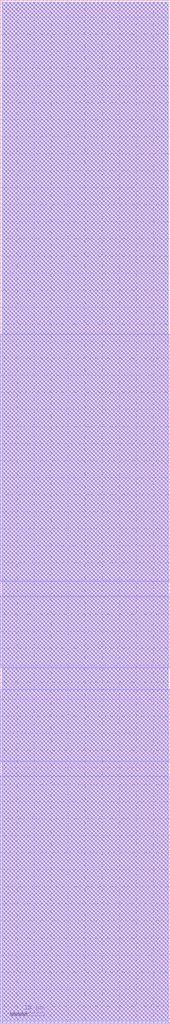
<source format=lef>
# SPDX-FileCopyrightText: 2021-2025 Niels Moseley <asicsforthemasses@gmail.com>
#
# SPDX-License-Identifier: GPL-3.0-only
#

VERSION 5.4 ;
NAMESCASESENSITIVE ON ;
BUSBITCHARS "[]" ;
DIVIDERCHAR "/" ;
UNITS
  DATABASE MICRONS 1000 ;
END UNITS

USEMINSPACING OBS ON ;
USEMINSPACING PIN OFF ;
CLEARANCEMEASURE EUCLIDEAN ;

MANUFACTURINGGRID 0.05 ;

SITE  core
    CLASS	CORE ;
    SYMMETRY	Y ;
    SIZE	0.800 BY 10.000 ;
END  core

MACRO PADNC5
  CLASS  PAD ;
  FOREIGN PADNC5 0.000 0.000 ;
  ORIGIN 0.000 0.000 ;
  SIZE 5.000 BY 300.000 ;
  SYMMETRY R90 ;
  SITE IO ;
  OBS
      LAYER metal4 ;
        RECT 0.600 0.600 4.400 299.400 ;
      LAYER metal3 ;
        RECT 0.600 0.600 4.400 299.400 ;
      LAYER metal2 ;
        RECT 0.000 0.000 5.000 72.400 ;
        RECT 0.000 76.800 5.000 97.800 ;
        RECT 0.000 104.200 5.000 125.200 ;
        RECT 0.000 129.600 5.000 202.000 ;
        RECT 0.600 0.000 4.400 299.400 ;
      LAYER metal1 ;
        RECT 0.000 0.000 5.000 97.800 ;
        RECT 0.000 104.200 5.000 202.000 ;
        RECT 0.600 0.000 4.400 299.400 ;
  END
END PADNC5

MACRO PADNC10
  CLASS  PAD ;
  FOREIGN PADNC10 0.000 0.000 ;
  ORIGIN 0.000 0.000 ;
  SIZE 10.000 BY 300.000 ;
  SYMMETRY R90 ;
  SITE IO ;
  OBS
      LAYER metal4 ;
        RECT 0.600 0.600 9.400 299.400 ;
      LAYER metal3 ;
        RECT 0.600 0.600 9.400 299.400 ;
      LAYER metal2 ;
        RECT 0.000 0.000 10.000 72.400 ;
        RECT 0.000 76.800 10.000 97.800 ;
        RECT 0.000 104.200 10.000 125.200 ;
        RECT 0.000 129.600 10.000 202.000 ;
        RECT 0.600 0.000 9.400 299.400 ;
      LAYER metal1 ;
        RECT 0.000 0.000 10.000 97.800 ;
        RECT 0.000 104.200 10.000 202.000 ;
        RECT 0.600 0.000 9.400 299.400 ;
  END
END PADNC10

MACRO PADNC50
  CLASS  PAD ;
  FOREIGN PADNC50 0.000 0.000 ;
  ORIGIN 0.000 0.000 ;
  SIZE 50.000 BY 300.000 ;
  SYMMETRY R90 ;
  SITE IO ;
  OBS
      LAYER metal4 ;
        RECT 0.600 0.600 49.400 299.400 ;
      LAYER metal3 ;
        RECT 0.600 0.600 49.400 299.400 ;
      LAYER metal2 ;
        RECT 0.000 0.000 50.000 72.400 ;
        RECT 0.000 76.800 50.000 97.800 ;
        RECT 0.000 104.200 50.000 125.200 ;
        RECT 0.000 129.600 50.000 202.000 ;
        RECT 0.600 0.000 49.400 299.400 ;
      LAYER metal1 ;
        RECT 0.000 0.000 50.000 97.800 ;
        RECT 0.000 104.200 50.000 202.000 ;
        RECT 0.600 0.000 49.400 299.400 ;
  END
END PADNC50

END LIBRARY

</source>
